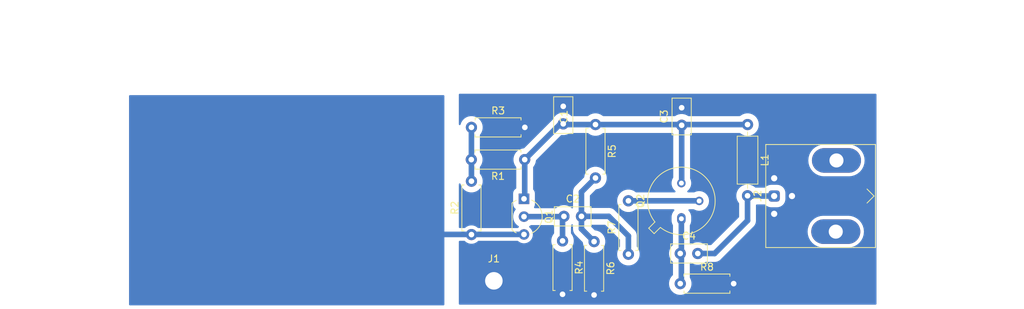
<source format=kicad_pcb>
(kicad_pcb (version 20171130) (host pcbnew "(5.1.9)-1")

  (general
    (thickness 1.6)
    (drawings 9)
    (tracks 47)
    (zones 0)
    (modules 17)
    (nets 11)
  )

  (page A4)
  (layers
    (0 F.Cu signal)
    (31 B.Cu signal)
    (32 B.Adhes user)
    (33 F.Adhes user)
    (34 B.Paste user)
    (35 F.Paste user)
    (36 B.SilkS user)
    (37 F.SilkS user)
    (38 B.Mask user)
    (39 F.Mask user)
    (40 Dwgs.User user)
    (41 Cmts.User user)
    (42 Eco1.User user)
    (43 Eco2.User user)
    (44 Edge.Cuts user)
    (45 Margin user)
    (46 B.CrtYd user)
    (47 F.CrtYd user)
    (48 B.Fab user)
    (49 F.Fab user)
  )

  (setup
    (last_trace_width 0.8)
    (user_trace_width 0.6)
    (user_trace_width 0.8)
    (trace_clearance 0.4)
    (zone_clearance 0.508)
    (zone_45_only no)
    (trace_min 0.2)
    (via_size 0.8)
    (via_drill 0.4)
    (via_min_size 0.4)
    (via_min_drill 0.3)
    (user_via 0.8 0.6)
    (uvia_size 0.3)
    (uvia_drill 0.1)
    (uvias_allowed no)
    (uvia_min_size 0.2)
    (uvia_min_drill 0.1)
    (edge_width 0.05)
    (segment_width 0.2)
    (pcb_text_width 0.3)
    (pcb_text_size 1.5 1.5)
    (mod_edge_width 0.12)
    (mod_text_size 1 1)
    (mod_text_width 0.15)
    (pad_size 1.6 1.6)
    (pad_drill 0.89)
    (pad_to_mask_clearance 0)
    (aux_axis_origin 0 0)
    (visible_elements 7FFFFFFF)
    (pcbplotparams
      (layerselection 0x010fc_ffffffff)
      (usegerberextensions false)
      (usegerberattributes true)
      (usegerberadvancedattributes true)
      (creategerberjobfile true)
      (excludeedgelayer true)
      (linewidth 0.100000)
      (plotframeref false)
      (viasonmask false)
      (mode 1)
      (useauxorigin false)
      (hpglpennumber 1)
      (hpglpenspeed 20)
      (hpglpendiameter 15.000000)
      (psnegative false)
      (psa4output false)
      (plotreference true)
      (plotvalue true)
      (plotinvisibletext false)
      (padsonsilk false)
      (subtractmaskfromsilk false)
      (outputformat 1)
      (mirror false)
      (drillshape 1)
      (scaleselection 1)
      (outputdirectory ""))
  )

  (net 0 "")
  (net 1 "Net-(C1-Pad1)")
  (net 2 "Net-(C2-Pad2)")
  (net 3 "Net-(C2-Pad1)")
  (net 4 "Net-(C4-Pad2)")
  (net 5 "Net-(C4-Pad1)")
  (net 6 "Net-(J1-Pad1)")
  (net 7 "Net-(Q2-Pad2)")
  (net 8 "Net-(R1-Pad2)")
  (net 9 Earth)
  (net 10 Antenna)

  (net_class Default "This is the default net class."
    (clearance 0.4)
    (trace_width 0.4)
    (via_dia 0.8)
    (via_drill 0.4)
    (uvia_dia 0.3)
    (uvia_drill 0.1)
    (add_net Antenna)
    (add_net Earth)
  )

  (net_class 0,6 ""
    (clearance 0.8)
    (trace_width 0.4)
    (via_dia 0.8)
    (via_drill 0.4)
    (uvia_dia 0.3)
    (uvia_drill 0.1)
    (add_net "Net-(C1-Pad1)")
    (add_net "Net-(C2-Pad1)")
    (add_net "Net-(C2-Pad2)")
    (add_net "Net-(C4-Pad1)")
    (add_net "Net-(C4-Pad2)")
    (add_net "Net-(J1-Pad1)")
    (add_net "Net-(Q2-Pad2)")
    (add_net "Net-(R1-Pad2)")
  )

  (module Inductor_THT:L_Axial_L6.6mm_D2.7mm_P10.16mm_Horizontal_Vishay_IM-2 (layer F.Cu) (tedit 5AE59B05) (tstamp 64F28370)
    (at 187.7 96.5 270)
    (descr "Inductor, Axial series, Axial, Horizontal, pin pitch=10.16mm, , length*diameter=6.6*2.7mm^2, Vishay, IM-2, http://www.vishay.com/docs/34030/im.pdf")
    (tags "Inductor Axial series Axial Horizontal pin pitch 10.16mm  length 6.6mm diameter 2.7mm Vishay IM-2")
    (path /64F3697B)
    (fp_text reference L1 (at 5.08 -2.47 90) (layer F.SilkS)
      (effects (font (size 1 1) (thickness 0.15)))
    )
    (fp_text value 470uHr (at 5.08 2.47 90) (layer F.Fab)
      (effects (font (size 1 1) (thickness 0.15)))
    )
    (fp_text user %R (at 5.08 0 90) (layer F.Fab)
      (effects (font (size 1 1) (thickness 0.15)))
    )
    (fp_line (start 1.78 -1.35) (end 1.78 1.35) (layer F.Fab) (width 0.1))
    (fp_line (start 1.78 1.35) (end 8.38 1.35) (layer F.Fab) (width 0.1))
    (fp_line (start 8.38 1.35) (end 8.38 -1.35) (layer F.Fab) (width 0.1))
    (fp_line (start 8.38 -1.35) (end 1.78 -1.35) (layer F.Fab) (width 0.1))
    (fp_line (start 0 0) (end 1.78 0) (layer F.Fab) (width 0.1))
    (fp_line (start 10.16 0) (end 8.38 0) (layer F.Fab) (width 0.1))
    (fp_line (start 1.66 -1.47) (end 1.66 1.47) (layer F.SilkS) (width 0.12))
    (fp_line (start 1.66 1.47) (end 8.5 1.47) (layer F.SilkS) (width 0.12))
    (fp_line (start 8.5 1.47) (end 8.5 -1.47) (layer F.SilkS) (width 0.12))
    (fp_line (start 8.5 -1.47) (end 1.66 -1.47) (layer F.SilkS) (width 0.12))
    (fp_line (start 1.04 0) (end 1.66 0) (layer F.SilkS) (width 0.12))
    (fp_line (start 9.12 0) (end 8.5 0) (layer F.SilkS) (width 0.12))
    (fp_line (start -1.05 -1.6) (end -1.05 1.6) (layer F.CrtYd) (width 0.05))
    (fp_line (start -1.05 1.6) (end 11.21 1.6) (layer F.CrtYd) (width 0.05))
    (fp_line (start 11.21 1.6) (end 11.21 -1.6) (layer F.CrtYd) (width 0.05))
    (fp_line (start 11.21 -1.6) (end -1.05 -1.6) (layer F.CrtYd) (width 0.05))
    (pad 2 thru_hole oval (at 10.16 0 270) (size 1.6 1.6) (drill 0.8) (layers *.Cu *.Mask)
      (net 4 "Net-(C4-Pad2)"))
    (pad 1 thru_hole circle (at 0 0 270) (size 1.6 1.6) (drill 0.8) (layers *.Cu *.Mask)
      (net 1 "Net-(C1-Pad1)"))
    (model ${KISYS3DMOD}/Inductor_THT.3dshapes/L_Axial_L6.6mm_D2.7mm_P10.16mm_Horizontal_Vishay_IM-2.wrl
      (at (xyz 0 0 0))
      (scale (xyz 1 1 1))
      (rotate (xyz 0 0 0))
    )
  )

  (module Connector_Coaxial:BNC_Amphenol_031-6575_Horizontal (layer F.Cu) (tedit 64FBD712) (tstamp 64F28365)
    (at 191.5 106.7 270)
    (descr "dual independently isolated BNC plug (https://www.amphenolrf.com/downloads/dl/file/id/2980/product/644/031_6575_customer_drawing.pdf)")
    (tags "Dual BNC Amphenol Horizontal")
    (path /64F3A5BF)
    (fp_text reference J2 (at 0 2.35 90) (layer F.SilkS)
      (effects (font (size 1 1) (thickness 0.15)))
    )
    (fp_text value Coaxial (at 0 4.35 270) (layer F.Fab)
      (effects (font (size 1 1) (thickness 0.15)))
    )
    (fp_text user %R (at 0 0 90) (layer F.Fab)
      (effects (font (size 1 1) (thickness 0.15)))
    )
    (fp_line (start -5 -21.75) (end 5 -22.75) (layer F.Fab) (width 0.1))
    (fp_line (start -5 -20.75) (end 5 -21.75) (layer F.Fab) (width 0.1))
    (fp_line (start -5 -19.75) (end 5 -20.75) (layer F.Fab) (width 0.1))
    (fp_line (start -5 -18.75) (end 5 -19.75) (layer F.Fab) (width 0.1))
    (fp_line (start -5 -17.75) (end 5 -18.75) (layer F.Fab) (width 0.1))
    (fp_line (start -5 -16.75) (end 5 -17.75) (layer F.Fab) (width 0.1))
    (fp_circle (center 0 -29.92) (end 1 -29.92) (layer F.Fab) (width 0.1))
    (fp_line (start 4.8 -23.05) (end 4.8 -35.15) (layer F.Fab) (width 0.1))
    (fp_line (start 4.8 -35.15) (end -4.8 -35.15) (layer F.Fab) (width 0.1))
    (fp_line (start -4.8 -35.15) (end -4.8 -23.05) (layer F.Fab) (width 0.1))
    (fp_line (start 6.35 -14.45) (end 6.35 -23.05) (layer F.Fab) (width 0.1))
    (fp_line (start 6.35 -23.05) (end -6.35 -23.05) (layer F.Fab) (width 0.1))
    (fp_line (start -6.35 -23.05) (end -6.35 -14.45) (layer F.Fab) (width 0.1))
    (fp_line (start -7.2 1.05) (end 7.2 1.05) (layer F.Fab) (width 0.1))
    (fp_line (start 7.2 1.05) (end 7.2 -14.45) (layer F.Fab) (width 0.1))
    (fp_line (start 7.2 -14.45) (end -7.2 -14.45) (layer F.Fab) (width 0.1))
    (fp_line (start -7.2 -14.45) (end -7.2 1.05) (layer F.Fab) (width 0.1))
    (fp_line (start -5 -15.75) (end 5 -16.75) (layer F.Fab) (width 0.1))
    (fp_line (start -7.35 -14.45) (end 7.35 -14.45) (layer F.SilkS) (width 0.12))
    (fp_line (start 7.35 -14.45) (end 7.35 1.2) (layer F.SilkS) (width 0.12))
    (fp_line (start 7.35 1.2) (end -7.35 1.2) (layer F.SilkS) (width 0.12))
    (fp_line (start -7.35 1.2) (end -7.35 -14.45) (layer F.SilkS) (width 0.12))
    (fp_line (start -7.7 1.55) (end 7.7 1.55) (layer F.CrtYd) (width 0.05))
    (fp_line (start -7.7 1.55) (end -7.7 -35.65) (layer F.CrtYd) (width 0.05))
    (fp_line (start 7.7 -35.65) (end -7.7 -35.65) (layer F.CrtYd) (width 0.05))
    (fp_line (start 7.7 1.55) (end 7.7 -35.65) (layer F.CrtYd) (width 0.05))
    (fp_line (start 0 -14.25) (end -1 -13.25) (layer F.SilkS) (width 0.12))
    (fp_line (start 0 -14.25) (end 1 -13.25) (layer F.SilkS) (width 0.12))
    (pad 4 thru_hole circle (at 2.54 0 270) (size 1.6 1.6) (drill 0.89) (layers *.Cu *.Mask)
      (net 9 Earth))
    (pad 3 thru_hole circle (at 0 -2.54 270) (size 1.6 1.6) (drill 0.89) (layers *.Cu *.Mask)
      (net 9 Earth))
    (pad 2 thru_hole circle (at -2.54 0 270) (size 1.6 1.6) (drill 0.89) (layers *.Cu *.Mask)
      (net 9 Earth))
    (pad 1 thru_hole roundrect (at 0 0 270) (size 1.6 1.6) (drill 0.89) (layers *.Cu *.Mask) (roundrect_rratio 0.25)
      (net 4 "Net-(C4-Pad2)"))
    (pad "" thru_hole oval (at 5.08 -8.79 270) (size 3.5 7) (drill 2.01) (layers *.Cu *.Mask))
    (pad "" thru_hole oval (at -5.08 -8.89 270) (size 3.5 7) (drill 2.01) (layers *.Cu *.Mask))
    (model ${KISYS3DMOD}/Connector_Coaxial.3dshapes/BNC_Amphenol_031-6575_Horizontal.wrl
      (at (xyz 0 0 0))
      (scale (xyz 1 1 1))
      (rotate (xyz 0 0 0))
    )
  )

  (module Connector_Wire:SolderWire-2sqmm_1x01_D2mm_OD3.9mm (layer F.Cu) (tedit 5EB70B45) (tstamp 64F4E8C4)
    (at 151.5 118.8)
    (descr "Soldered wire connection, for a single 2 mm² wire, reinforced insulation, conductor diameter 2mm, outer diameter 3.9mm, size source Multi-Contact FLEXI-xV 2.0 (https://ec.staubli.com/AcroFiles/Catalogues/TM_Cab-Main-11014119_(en)_hi.pdf), bend radius 3 times outer diameter, generated with kicad-footprint-generator")
    (tags "connector wire 2sqmm")
    (path /64F3111C)
    (attr virtual)
    (fp_text reference J1 (at 0 -3.15) (layer F.SilkS)
      (effects (font (size 1 1) (thickness 0.15)))
    )
    (fp_text value PORT (at 0 3.15) (layer F.Fab)
      (effects (font (size 1 1) (thickness 0.15)))
    )
    (fp_line (start 2.7 -2.45) (end -2.7 -2.45) (layer F.CrtYd) (width 0.05))
    (fp_line (start 2.7 2.45) (end 2.7 -2.45) (layer F.CrtYd) (width 0.05))
    (fp_line (start -2.7 2.45) (end 2.7 2.45) (layer F.CrtYd) (width 0.05))
    (fp_line (start -2.7 -2.45) (end -2.7 2.45) (layer F.CrtYd) (width 0.05))
    (fp_circle (center 0 0) (end 1.95 0) (layer F.Fab) (width 0.1))
    (fp_text user %R (at 0 0) (layer F.Fab)
      (effects (font (size 0.98 0.98) (thickness 0.15)))
    )
    (pad 1 thru_hole roundrect (at 0 0) (size 3.9 3.9) (drill 2.5) (layers *.Cu *.Mask) (roundrect_rratio 0.06410299999999999)
      (net 9 Earth))
    (model ${KISYS3DMOD}/Connector_Wire.3dshapes/SolderWire-2sqmm_1x01_D2mm_OD3.9mm.wrl
      (at (xyz 0 0 0))
      (scale (xyz 1 1 1))
      (rotate (xyz 0 0 0))
    )
  )

  (module Resistor_THT:R_Axial_DIN0207_L6.3mm_D2.5mm_P7.62mm_Horizontal (layer F.Cu) (tedit 5AE5139B) (tstamp 64F283B0)
    (at 155.9 101.5 180)
    (descr "Resistor, Axial_DIN0207 series, Axial, Horizontal, pin pitch=7.62mm, 0.25W = 1/4W, length*diameter=6.3*2.5mm^2, http://cdn-reichelt.de/documents/datenblatt/B400/1_4W%23YAG.pdf")
    (tags "Resistor Axial_DIN0207 series Axial Horizontal pin pitch 7.62mm 0.25W = 1/4W length 6.3mm diameter 2.5mm")
    (path /64F34D99)
    (fp_text reference R1 (at 3.81 -2.37) (layer F.SilkS)
      (effects (font (size 1 1) (thickness 0.15)))
    )
    (fp_text value 1M (at 3.9 -2.1) (layer F.Fab)
      (effects (font (size 1 1) (thickness 0.15)))
    )
    (fp_line (start 8.67 -1.5) (end -1.05 -1.5) (layer F.CrtYd) (width 0.05))
    (fp_line (start 8.67 1.5) (end 8.67 -1.5) (layer F.CrtYd) (width 0.05))
    (fp_line (start -1.05 1.5) (end 8.67 1.5) (layer F.CrtYd) (width 0.05))
    (fp_line (start -1.05 -1.5) (end -1.05 1.5) (layer F.CrtYd) (width 0.05))
    (fp_line (start 7.08 1.37) (end 7.08 1.04) (layer F.SilkS) (width 0.12))
    (fp_line (start 0.54 1.37) (end 7.08 1.37) (layer F.SilkS) (width 0.12))
    (fp_line (start 0.54 1.04) (end 0.54 1.37) (layer F.SilkS) (width 0.12))
    (fp_line (start 7.08 -1.37) (end 7.08 -1.04) (layer F.SilkS) (width 0.12))
    (fp_line (start 0.54 -1.37) (end 7.08 -1.37) (layer F.SilkS) (width 0.12))
    (fp_line (start 0.54 -1.04) (end 0.54 -1.37) (layer F.SilkS) (width 0.12))
    (fp_line (start 7.62 0) (end 6.96 0) (layer F.Fab) (width 0.1))
    (fp_line (start 0 0) (end 0.66 0) (layer F.Fab) (width 0.1))
    (fp_line (start 6.96 -1.25) (end 0.66 -1.25) (layer F.Fab) (width 0.1))
    (fp_line (start 6.96 1.25) (end 6.96 -1.25) (layer F.Fab) (width 0.1))
    (fp_line (start 0.66 1.25) (end 6.96 1.25) (layer F.Fab) (width 0.1))
    (fp_line (start 0.66 -1.25) (end 0.66 1.25) (layer F.Fab) (width 0.1))
    (fp_text user %R (at 3.81 0) (layer F.Fab)
      (effects (font (size 1 1) (thickness 0.15)))
    )
    (pad 2 thru_hole oval (at 7.62 0 180) (size 1.6 1.6) (drill 0.8) (layers *.Cu *.Mask)
      (net 8 "Net-(R1-Pad2)"))
    (pad 1 thru_hole circle (at 0 0 180) (size 1.6 1.6) (drill 0.8) (layers *.Cu *.Mask)
      (net 1 "Net-(C1-Pad1)"))
    (model ${KISYS3DMOD}/Resistor_THT.3dshapes/R_Axial_DIN0207_L6.3mm_D2.5mm_P7.62mm_Horizontal.wrl
      (at (xyz 0 0 0))
      (scale (xyz 1 1 1))
      (rotate (xyz 0 0 0))
    )
  )

  (module Resistor_THT:R_Axial_DIN0207_L6.3mm_D2.5mm_P7.62mm_Horizontal (layer F.Cu) (tedit 5AE5139B) (tstamp 64F283DE)
    (at 148.3 96.9)
    (descr "Resistor, Axial_DIN0207 series, Axial, Horizontal, pin pitch=7.62mm, 0.25W = 1/4W, length*diameter=6.3*2.5mm^2, http://cdn-reichelt.de/documents/datenblatt/B400/1_4W%23YAG.pdf")
    (tags "Resistor Axial_DIN0207 series Axial Horizontal pin pitch 7.62mm 0.25W = 1/4W length 6.3mm diameter 2.5mm")
    (path /64F3E262)
    (fp_text reference R3 (at 3.81 -2.37) (layer F.SilkS)
      (effects (font (size 1 1) (thickness 0.15)))
    )
    (fp_text value 1M (at 3.5 -2.2) (layer F.Fab)
      (effects (font (size 1 1) (thickness 0.15)))
    )
    (fp_line (start 8.67 -1.5) (end -1.05 -1.5) (layer F.CrtYd) (width 0.05))
    (fp_line (start 8.67 1.5) (end 8.67 -1.5) (layer F.CrtYd) (width 0.05))
    (fp_line (start -1.05 1.5) (end 8.67 1.5) (layer F.CrtYd) (width 0.05))
    (fp_line (start -1.05 -1.5) (end -1.05 1.5) (layer F.CrtYd) (width 0.05))
    (fp_line (start 7.08 1.37) (end 7.08 1.04) (layer F.SilkS) (width 0.12))
    (fp_line (start 0.54 1.37) (end 7.08 1.37) (layer F.SilkS) (width 0.12))
    (fp_line (start 0.54 1.04) (end 0.54 1.37) (layer F.SilkS) (width 0.12))
    (fp_line (start 7.08 -1.37) (end 7.08 -1.04) (layer F.SilkS) (width 0.12))
    (fp_line (start 0.54 -1.37) (end 7.08 -1.37) (layer F.SilkS) (width 0.12))
    (fp_line (start 0.54 -1.04) (end 0.54 -1.37) (layer F.SilkS) (width 0.12))
    (fp_line (start 7.62 0) (end 6.96 0) (layer F.Fab) (width 0.1))
    (fp_line (start 0 0) (end 0.66 0) (layer F.Fab) (width 0.1))
    (fp_line (start 6.96 -1.25) (end 0.66 -1.25) (layer F.Fab) (width 0.1))
    (fp_line (start 6.96 1.25) (end 6.96 -1.25) (layer F.Fab) (width 0.1))
    (fp_line (start 0.66 1.25) (end 6.96 1.25) (layer F.Fab) (width 0.1))
    (fp_line (start 0.66 -1.25) (end 0.66 1.25) (layer F.Fab) (width 0.1))
    (fp_text user %R (at 3.81 0) (layer F.Fab)
      (effects (font (size 1 1) (thickness 0.15)))
    )
    (pad 2 thru_hole oval (at 7.62 0) (size 1.6 1.6) (drill 0.8) (layers *.Cu *.Mask)
      (net 9 Earth))
    (pad 1 thru_hole circle (at 0 0) (size 1.6 1.6) (drill 0.8) (layers *.Cu *.Mask)
      (net 8 "Net-(R1-Pad2)"))
    (model ${KISYS3DMOD}/Resistor_THT.3dshapes/R_Axial_DIN0207_L6.3mm_D2.5mm_P7.62mm_Horizontal.wrl
      (at (xyz 0 0 0))
      (scale (xyz 1 1 1))
      (rotate (xyz 0 0 0))
    )
  )

  (module Resistor_THT:R_Axial_DIN0207_L6.3mm_D2.5mm_P7.62mm_Horizontal (layer F.Cu) (tedit 5AE5139B) (tstamp 64F28451)
    (at 178.1 119.2)
    (descr "Resistor, Axial_DIN0207 series, Axial, Horizontal, pin pitch=7.62mm, 0.25W = 1/4W, length*diameter=6.3*2.5mm^2, http://cdn-reichelt.de/documents/datenblatt/B400/1_4W%23YAG.pdf")
    (tags "Resistor Axial_DIN0207 series Axial Horizontal pin pitch 7.62mm 0.25W = 1/4W length 6.3mm diameter 2.5mm")
    (path /64F3E6D8)
    (fp_text reference R8 (at 3.81 -2.37) (layer F.SilkS)
      (effects (font (size 1 1) (thickness 0.15)))
    )
    (fp_text value 220R (at 6.7 -2.4) (layer F.Fab)
      (effects (font (size 1 1) (thickness 0.15)))
    )
    (fp_line (start 8.67 -1.5) (end -1.05 -1.5) (layer F.CrtYd) (width 0.05))
    (fp_line (start 8.67 1.5) (end 8.67 -1.5) (layer F.CrtYd) (width 0.05))
    (fp_line (start -1.05 1.5) (end 8.67 1.5) (layer F.CrtYd) (width 0.05))
    (fp_line (start -1.05 -1.5) (end -1.05 1.5) (layer F.CrtYd) (width 0.05))
    (fp_line (start 7.08 1.37) (end 7.08 1.04) (layer F.SilkS) (width 0.12))
    (fp_line (start 0.54 1.37) (end 7.08 1.37) (layer F.SilkS) (width 0.12))
    (fp_line (start 0.54 1.04) (end 0.54 1.37) (layer F.SilkS) (width 0.12))
    (fp_line (start 7.08 -1.37) (end 7.08 -1.04) (layer F.SilkS) (width 0.12))
    (fp_line (start 0.54 -1.37) (end 7.08 -1.37) (layer F.SilkS) (width 0.12))
    (fp_line (start 0.54 -1.04) (end 0.54 -1.37) (layer F.SilkS) (width 0.12))
    (fp_line (start 7.62 0) (end 6.96 0) (layer F.Fab) (width 0.1))
    (fp_line (start 0 0) (end 0.66 0) (layer F.Fab) (width 0.1))
    (fp_line (start 6.96 -1.25) (end 0.66 -1.25) (layer F.Fab) (width 0.1))
    (fp_line (start 6.96 1.25) (end 6.96 -1.25) (layer F.Fab) (width 0.1))
    (fp_line (start 0.66 1.25) (end 6.96 1.25) (layer F.Fab) (width 0.1))
    (fp_line (start 0.66 -1.25) (end 0.66 1.25) (layer F.Fab) (width 0.1))
    (fp_text user %R (at 3.81 0) (layer F.Fab)
      (effects (font (size 1 1) (thickness 0.15)))
    )
    (pad 2 thru_hole oval (at 7.62 0) (size 1.6 1.6) (drill 0.8) (layers *.Cu *.Mask)
      (net 9 Earth))
    (pad 1 thru_hole circle (at 0 0) (size 1.6 1.6) (drill 0.8) (layers *.Cu *.Mask)
      (net 5 "Net-(C4-Pad1)"))
    (model ${KISYS3DMOD}/Resistor_THT.3dshapes/R_Axial_DIN0207_L6.3mm_D2.5mm_P7.62mm_Horizontal.wrl
      (at (xyz 0 0 0))
      (scale (xyz 1 1 1))
      (rotate (xyz 0 0 0))
    )
  )

  (module Resistor_THT:R_Axial_DIN0207_L6.3mm_D2.5mm_P7.62mm_Horizontal (layer F.Cu) (tedit 5AE5139B) (tstamp 64F2843A)
    (at 170.7 115 90)
    (descr "Resistor, Axial_DIN0207 series, Axial, Horizontal, pin pitch=7.62mm, 0.25W = 1/4W, length*diameter=6.3*2.5mm^2, http://cdn-reichelt.de/documents/datenblatt/B400/1_4W%23YAG.pdf")
    (tags "Resistor Axial_DIN0207 series Axial Horizontal pin pitch 7.62mm 0.25W = 1/4W length 6.3mm diameter 2.5mm")
    (path /64F3F34E)
    (fp_text reference R7 (at 3.81 -2.37 90) (layer F.SilkS)
      (effects (font (size 1 1) (thickness 0.15)))
    )
    (fp_text value 47R (at 3.81 2.37 90) (layer F.Fab)
      (effects (font (size 1 1) (thickness 0.15)))
    )
    (fp_line (start 8.67 -1.5) (end -1.05 -1.5) (layer F.CrtYd) (width 0.05))
    (fp_line (start 8.67 1.5) (end 8.67 -1.5) (layer F.CrtYd) (width 0.05))
    (fp_line (start -1.05 1.5) (end 8.67 1.5) (layer F.CrtYd) (width 0.05))
    (fp_line (start -1.05 -1.5) (end -1.05 1.5) (layer F.CrtYd) (width 0.05))
    (fp_line (start 7.08 1.37) (end 7.08 1.04) (layer F.SilkS) (width 0.12))
    (fp_line (start 0.54 1.37) (end 7.08 1.37) (layer F.SilkS) (width 0.12))
    (fp_line (start 0.54 1.04) (end 0.54 1.37) (layer F.SilkS) (width 0.12))
    (fp_line (start 7.08 -1.37) (end 7.08 -1.04) (layer F.SilkS) (width 0.12))
    (fp_line (start 0.54 -1.37) (end 7.08 -1.37) (layer F.SilkS) (width 0.12))
    (fp_line (start 0.54 -1.04) (end 0.54 -1.37) (layer F.SilkS) (width 0.12))
    (fp_line (start 7.62 0) (end 6.96 0) (layer F.Fab) (width 0.1))
    (fp_line (start 0 0) (end 0.66 0) (layer F.Fab) (width 0.1))
    (fp_line (start 6.96 -1.25) (end 0.66 -1.25) (layer F.Fab) (width 0.1))
    (fp_line (start 6.96 1.25) (end 6.96 -1.25) (layer F.Fab) (width 0.1))
    (fp_line (start 0.66 1.25) (end 6.96 1.25) (layer F.Fab) (width 0.1))
    (fp_line (start 0.66 -1.25) (end 0.66 1.25) (layer F.Fab) (width 0.1))
    (fp_text user %R (at 3.81 0 90) (layer F.Fab)
      (effects (font (size 1 1) (thickness 0.15)))
    )
    (pad 2 thru_hole oval (at 7.62 0 90) (size 1.6 1.6) (drill 0.8) (layers *.Cu *.Mask)
      (net 7 "Net-(Q2-Pad2)"))
    (pad 1 thru_hole circle (at 0 0 90) (size 1.6 1.6) (drill 0.8) (layers *.Cu *.Mask)
      (net 2 "Net-(C2-Pad2)"))
    (model ${KISYS3DMOD}/Resistor_THT.3dshapes/R_Axial_DIN0207_L6.3mm_D2.5mm_P7.62mm_Horizontal.wrl
      (at (xyz 0 0 0))
      (scale (xyz 1 1 1))
      (rotate (xyz 0 0 0))
    )
  )

  (module Resistor_THT:R_Axial_DIN0207_L6.3mm_D2.5mm_P7.62mm_Horizontal (layer F.Cu) (tedit 5AE5139B) (tstamp 64F28423)
    (at 165.8 113.2 270)
    (descr "Resistor, Axial_DIN0207 series, Axial, Horizontal, pin pitch=7.62mm, 0.25W = 1/4W, length*diameter=6.3*2.5mm^2, http://cdn-reichelt.de/documents/datenblatt/B400/1_4W%23YAG.pdf")
    (tags "Resistor Axial_DIN0207 series Axial Horizontal pin pitch 7.62mm 0.25W = 1/4W length 6.3mm diameter 2.5mm")
    (path /64F3EA22)
    (fp_text reference R6 (at 3.81 -2.37 90) (layer F.SilkS)
      (effects (font (size 1 1) (thickness 0.15)))
    )
    (fp_text value 10k (at 3.81 2.37 90) (layer F.Fab)
      (effects (font (size 1 1) (thickness 0.15)))
    )
    (fp_line (start 8.67 -1.5) (end -1.05 -1.5) (layer F.CrtYd) (width 0.05))
    (fp_line (start 8.67 1.5) (end 8.67 -1.5) (layer F.CrtYd) (width 0.05))
    (fp_line (start -1.05 1.5) (end 8.67 1.5) (layer F.CrtYd) (width 0.05))
    (fp_line (start -1.05 -1.5) (end -1.05 1.5) (layer F.CrtYd) (width 0.05))
    (fp_line (start 7.08 1.37) (end 7.08 1.04) (layer F.SilkS) (width 0.12))
    (fp_line (start 0.54 1.37) (end 7.08 1.37) (layer F.SilkS) (width 0.12))
    (fp_line (start 0.54 1.04) (end 0.54 1.37) (layer F.SilkS) (width 0.12))
    (fp_line (start 7.08 -1.37) (end 7.08 -1.04) (layer F.SilkS) (width 0.12))
    (fp_line (start 0.54 -1.37) (end 7.08 -1.37) (layer F.SilkS) (width 0.12))
    (fp_line (start 0.54 -1.04) (end 0.54 -1.37) (layer F.SilkS) (width 0.12))
    (fp_line (start 7.62 0) (end 6.96 0) (layer F.Fab) (width 0.1))
    (fp_line (start 0 0) (end 0.66 0) (layer F.Fab) (width 0.1))
    (fp_line (start 6.96 -1.25) (end 0.66 -1.25) (layer F.Fab) (width 0.1))
    (fp_line (start 6.96 1.25) (end 6.96 -1.25) (layer F.Fab) (width 0.1))
    (fp_line (start 0.66 1.25) (end 6.96 1.25) (layer F.Fab) (width 0.1))
    (fp_line (start 0.66 -1.25) (end 0.66 1.25) (layer F.Fab) (width 0.1))
    (fp_text user %R (at 3.81 0 90) (layer F.Fab)
      (effects (font (size 1 1) (thickness 0.15)))
    )
    (pad 2 thru_hole oval (at 7.62 0 270) (size 1.6 1.6) (drill 0.8) (layers *.Cu *.Mask)
      (net 9 Earth))
    (pad 1 thru_hole circle (at 0 0 270) (size 1.6 1.6) (drill 0.8) (layers *.Cu *.Mask)
      (net 2 "Net-(C2-Pad2)"))
    (model ${KISYS3DMOD}/Resistor_THT.3dshapes/R_Axial_DIN0207_L6.3mm_D2.5mm_P7.62mm_Horizontal.wrl
      (at (xyz 0 0 0))
      (scale (xyz 1 1 1))
      (rotate (xyz 0 0 0))
    )
  )

  (module Resistor_THT:R_Axial_DIN0207_L6.3mm_D2.5mm_P7.62mm_Horizontal (layer F.Cu) (tedit 5AE5139B) (tstamp 64F2840C)
    (at 166 96.5 270)
    (descr "Resistor, Axial_DIN0207 series, Axial, Horizontal, pin pitch=7.62mm, 0.25W = 1/4W, length*diameter=6.3*2.5mm^2, http://cdn-reichelt.de/documents/datenblatt/B400/1_4W%23YAG.pdf")
    (tags "Resistor Axial_DIN0207 series Axial Horizontal pin pitch 7.62mm 0.25W = 1/4W length 6.3mm diameter 2.5mm")
    (path /64F3EE32)
    (fp_text reference R5 (at 3.81 -2.37 90) (layer F.SilkS)
      (effects (font (size 1 1) (thickness 0.15)))
    )
    (fp_text value 2k2 (at 3.81 2.37 90) (layer F.Fab)
      (effects (font (size 1 1) (thickness 0.15)))
    )
    (fp_line (start 8.67 -1.5) (end -1.05 -1.5) (layer F.CrtYd) (width 0.05))
    (fp_line (start 8.67 1.5) (end 8.67 -1.5) (layer F.CrtYd) (width 0.05))
    (fp_line (start -1.05 1.5) (end 8.67 1.5) (layer F.CrtYd) (width 0.05))
    (fp_line (start -1.05 -1.5) (end -1.05 1.5) (layer F.CrtYd) (width 0.05))
    (fp_line (start 7.08 1.37) (end 7.08 1.04) (layer F.SilkS) (width 0.12))
    (fp_line (start 0.54 1.37) (end 7.08 1.37) (layer F.SilkS) (width 0.12))
    (fp_line (start 0.54 1.04) (end 0.54 1.37) (layer F.SilkS) (width 0.12))
    (fp_line (start 7.08 -1.37) (end 7.08 -1.04) (layer F.SilkS) (width 0.12))
    (fp_line (start 0.54 -1.37) (end 7.08 -1.37) (layer F.SilkS) (width 0.12))
    (fp_line (start 0.54 -1.04) (end 0.54 -1.37) (layer F.SilkS) (width 0.12))
    (fp_line (start 7.62 0) (end 6.96 0) (layer F.Fab) (width 0.1))
    (fp_line (start 0 0) (end 0.66 0) (layer F.Fab) (width 0.1))
    (fp_line (start 6.96 -1.25) (end 0.66 -1.25) (layer F.Fab) (width 0.1))
    (fp_line (start 6.96 1.25) (end 6.96 -1.25) (layer F.Fab) (width 0.1))
    (fp_line (start 0.66 1.25) (end 6.96 1.25) (layer F.Fab) (width 0.1))
    (fp_line (start 0.66 -1.25) (end 0.66 1.25) (layer F.Fab) (width 0.1))
    (fp_text user %R (at 3.81 0 90) (layer F.Fab)
      (effects (font (size 1 1) (thickness 0.15)))
    )
    (pad 2 thru_hole oval (at 7.62 0 270) (size 1.6 1.6) (drill 0.8) (layers *.Cu *.Mask)
      (net 2 "Net-(C2-Pad2)"))
    (pad 1 thru_hole circle (at 0 0 270) (size 1.6 1.6) (drill 0.8) (layers *.Cu *.Mask)
      (net 1 "Net-(C1-Pad1)"))
    (model ${KISYS3DMOD}/Resistor_THT.3dshapes/R_Axial_DIN0207_L6.3mm_D2.5mm_P7.62mm_Horizontal.wrl
      (at (xyz 0 0 0))
      (scale (xyz 1 1 1))
      (rotate (xyz 0 0 0))
    )
  )

  (module Resistor_THT:R_Axial_DIN0207_L6.3mm_D2.5mm_P7.62mm_Horizontal (layer F.Cu) (tedit 5AE5139B) (tstamp 64F283F5)
    (at 161.3 113.1 270)
    (descr "Resistor, Axial_DIN0207 series, Axial, Horizontal, pin pitch=7.62mm, 0.25W = 1/4W, length*diameter=6.3*2.5mm^2, http://cdn-reichelt.de/documents/datenblatt/B400/1_4W%23YAG.pdf")
    (tags "Resistor Axial_DIN0207 series Axial Horizontal pin pitch 7.62mm 0.25W = 1/4W length 6.3mm diameter 2.5mm")
    (path /64F3E452)
    (fp_text reference R4 (at 3.81 -2.37 90) (layer F.SilkS)
      (effects (font (size 1 1) (thickness 0.15)))
    )
    (fp_text value 680R (at 3.81 2.37 90) (layer F.Fab)
      (effects (font (size 1 1) (thickness 0.15)))
    )
    (fp_line (start 8.67 -1.5) (end -1.05 -1.5) (layer F.CrtYd) (width 0.05))
    (fp_line (start 8.67 1.5) (end 8.67 -1.5) (layer F.CrtYd) (width 0.05))
    (fp_line (start -1.05 1.5) (end 8.67 1.5) (layer F.CrtYd) (width 0.05))
    (fp_line (start -1.05 -1.5) (end -1.05 1.5) (layer F.CrtYd) (width 0.05))
    (fp_line (start 7.08 1.37) (end 7.08 1.04) (layer F.SilkS) (width 0.12))
    (fp_line (start 0.54 1.37) (end 7.08 1.37) (layer F.SilkS) (width 0.12))
    (fp_line (start 0.54 1.04) (end 0.54 1.37) (layer F.SilkS) (width 0.12))
    (fp_line (start 7.08 -1.37) (end 7.08 -1.04) (layer F.SilkS) (width 0.12))
    (fp_line (start 0.54 -1.37) (end 7.08 -1.37) (layer F.SilkS) (width 0.12))
    (fp_line (start 0.54 -1.04) (end 0.54 -1.37) (layer F.SilkS) (width 0.12))
    (fp_line (start 7.62 0) (end 6.96 0) (layer F.Fab) (width 0.1))
    (fp_line (start 0 0) (end 0.66 0) (layer F.Fab) (width 0.1))
    (fp_line (start 6.96 -1.25) (end 0.66 -1.25) (layer F.Fab) (width 0.1))
    (fp_line (start 6.96 1.25) (end 6.96 -1.25) (layer F.Fab) (width 0.1))
    (fp_line (start 0.66 1.25) (end 6.96 1.25) (layer F.Fab) (width 0.1))
    (fp_line (start 0.66 -1.25) (end 0.66 1.25) (layer F.Fab) (width 0.1))
    (fp_text user %R (at 3.81 0 90) (layer F.Fab)
      (effects (font (size 1 1) (thickness 0.15)))
    )
    (pad 2 thru_hole oval (at 7.62 0 270) (size 1.6 1.6) (drill 0.8) (layers *.Cu *.Mask)
      (net 9 Earth))
    (pad 1 thru_hole circle (at 0 0 270) (size 1.6 1.6) (drill 0.8) (layers *.Cu *.Mask)
      (net 3 "Net-(C2-Pad1)"))
    (model ${KISYS3DMOD}/Resistor_THT.3dshapes/R_Axial_DIN0207_L6.3mm_D2.5mm_P7.62mm_Horizontal.wrl
      (at (xyz 0 0 0))
      (scale (xyz 1 1 1))
      (rotate (xyz 0 0 0))
    )
  )

  (module Resistor_THT:R_Axial_DIN0207_L6.3mm_D2.5mm_P7.62mm_Horizontal (layer F.Cu) (tedit 5AE5139B) (tstamp 64F283C7)
    (at 148.3 112.2 90)
    (descr "Resistor, Axial_DIN0207 series, Axial, Horizontal, pin pitch=7.62mm, 0.25W = 1/4W, length*diameter=6.3*2.5mm^2, http://cdn-reichelt.de/documents/datenblatt/B400/1_4W%23YAG.pdf")
    (tags "Resistor Axial_DIN0207 series Axial Horizontal pin pitch 7.62mm 0.25W = 1/4W length 6.3mm diameter 2.5mm")
    (path /64F3E099)
    (fp_text reference R2 (at 3.81 -2.37 90) (layer F.SilkS)
      (effects (font (size 1 1) (thickness 0.15)))
    )
    (fp_text value 1M (at 4 2.2 90) (layer F.Fab)
      (effects (font (size 1 1) (thickness 0.15)))
    )
    (fp_line (start 8.67 -1.5) (end -1.05 -1.5) (layer F.CrtYd) (width 0.05))
    (fp_line (start 8.67 1.5) (end 8.67 -1.5) (layer F.CrtYd) (width 0.05))
    (fp_line (start -1.05 1.5) (end 8.67 1.5) (layer F.CrtYd) (width 0.05))
    (fp_line (start -1.05 -1.5) (end -1.05 1.5) (layer F.CrtYd) (width 0.05))
    (fp_line (start 7.08 1.37) (end 7.08 1.04) (layer F.SilkS) (width 0.12))
    (fp_line (start 0.54 1.37) (end 7.08 1.37) (layer F.SilkS) (width 0.12))
    (fp_line (start 0.54 1.04) (end 0.54 1.37) (layer F.SilkS) (width 0.12))
    (fp_line (start 7.08 -1.37) (end 7.08 -1.04) (layer F.SilkS) (width 0.12))
    (fp_line (start 0.54 -1.37) (end 7.08 -1.37) (layer F.SilkS) (width 0.12))
    (fp_line (start 0.54 -1.04) (end 0.54 -1.37) (layer F.SilkS) (width 0.12))
    (fp_line (start 7.62 0) (end 6.96 0) (layer F.Fab) (width 0.1))
    (fp_line (start 0 0) (end 0.66 0) (layer F.Fab) (width 0.1))
    (fp_line (start 6.96 -1.25) (end 0.66 -1.25) (layer F.Fab) (width 0.1))
    (fp_line (start 6.96 1.25) (end 6.96 -1.25) (layer F.Fab) (width 0.1))
    (fp_line (start 0.66 1.25) (end 6.96 1.25) (layer F.Fab) (width 0.1))
    (fp_line (start 0.66 -1.25) (end 0.66 1.25) (layer F.Fab) (width 0.1))
    (fp_text user %R (at 3.81 0 90) (layer F.Fab)
      (effects (font (size 1 1) (thickness 0.15)))
    )
    (pad 2 thru_hole oval (at 7.62 0 90) (size 1.6 1.6) (drill 0.8) (layers *.Cu *.Mask)
      (net 8 "Net-(R1-Pad2)"))
    (pad 1 thru_hole circle (at 0 0 90) (size 1.6 1.6) (drill 0.8) (layers *.Cu *.Mask)
      (net 10 Antenna))
    (model ${KISYS3DMOD}/Resistor_THT.3dshapes/R_Axial_DIN0207_L6.3mm_D2.5mm_P7.62mm_Horizontal.wrl
      (at (xyz 0 0 0))
      (scale (xyz 1 1 1))
      (rotate (xyz 0 0 0))
    )
  )

  (module Package_TO_SOT_THT:TO-39-3 (layer F.Cu) (tedit 5A02FF81) (tstamp 64F28399)
    (at 178.26 109.94 90)
    (descr TO-39-3)
    (tags TO-39-3)
    (path /64F32E67)
    (fp_text reference Q2 (at 2.54 -5.82 90) (layer F.SilkS)
      (effects (font (size 1 1) (thickness 0.15)))
    )
    (fp_text value 2N5109 (at 6.74 -6.36 180) (layer F.Fab)
      (effects (font (size 1 1) (thickness 0.15)))
    )
    (fp_circle (center 2.54 0) (end 6.79 0) (layer F.Fab) (width 0.1))
    (fp_line (start 7.49 -4.95) (end -2.41 -4.95) (layer F.CrtYd) (width 0.05))
    (fp_line (start 7.49 4.95) (end 7.49 -4.95) (layer F.CrtYd) (width 0.05))
    (fp_line (start -2.41 4.95) (end 7.49 4.95) (layer F.CrtYd) (width 0.05))
    (fp_line (start -2.41 -4.95) (end -2.41 4.95) (layer F.CrtYd) (width 0.05))
    (fp_line (start -2.125856 -3.888039) (end -1.234902 -2.997084) (layer F.SilkS) (width 0.12))
    (fp_line (start -1.348039 -4.665856) (end -2.125856 -3.888039) (layer F.SilkS) (width 0.12))
    (fp_line (start -0.457084 -3.774902) (end -1.348039 -4.665856) (layer F.SilkS) (width 0.12))
    (fp_line (start -1.879621 -3.81151) (end -1.07352 -3.005408) (layer F.Fab) (width 0.1))
    (fp_line (start -1.27151 -4.419621) (end -1.879621 -3.81151) (layer F.Fab) (width 0.1))
    (fp_line (start -0.465408 -3.61352) (end -1.27151 -4.419621) (layer F.Fab) (width 0.1))
    (fp_arc (start 2.54 0) (end -0.457084 -3.774902) (angle 346.9) (layer F.SilkS) (width 0.12))
    (fp_arc (start 2.54 0) (end -0.465408 -3.61352) (angle 349.5) (layer F.Fab) (width 0.1))
    (fp_text user %R (at 5.14 -6.26 180) (layer F.Fab)
      (effects (font (size 1 1) (thickness 0.15)))
    )
    (pad 3 thru_hole oval (at 5.08 0 90) (size 1.2 1.2) (drill 0.7) (layers *.Cu *.Mask)
      (net 1 "Net-(C1-Pad1)"))
    (pad 2 thru_hole oval (at 2.54 2.54 90) (size 1.2 1.2) (drill 0.7) (layers *.Cu *.Mask)
      (net 7 "Net-(Q2-Pad2)"))
    (pad 1 thru_hole oval (at 0 0 90) (size 1.6 1.2) (drill 0.7) (layers *.Cu *.Mask)
      (net 5 "Net-(C4-Pad1)"))
    (model ${KISYS3DMOD}/Package_TO_SOT_THT.3dshapes/TO-39-3.wrl
      (at (xyz 0 0 0))
      (scale (xyz 1 1 1))
      (rotate (xyz 0 0 0))
    )
  )

  (module Package_TO_SOT_THT:TO-92L_Inline_Wide (layer F.Cu) (tedit 5A11996A) (tstamp 64F28384)
    (at 155.8 107.1 270)
    (descr "TO-92L leads in-line (large body variant of TO-92), also known as TO-226, wide, drill 0.75mm (see https://www.diodes.com/assets/Package-Files/TO92L.pdf and http://www.ti.com/lit/an/snoa059/snoa059.pdf)")
    (tags "TO-92L Inline Wide transistor")
    (path /64F31B67)
    (fp_text reference Q1 (at 2.54 -3.56 90) (layer F.SilkS)
      (effects (font (size 1 1) (thickness 0.15)))
    )
    (fp_text value J310 (at 8.7 1 180) (layer F.Fab)
      (effects (font (size 1 1) (thickness 0.15)))
    )
    (fp_line (start 6.1 1.85) (end -1 1.85) (layer F.CrtYd) (width 0.05))
    (fp_line (start 6.1 1.85) (end 6.1 -2.75) (layer F.CrtYd) (width 0.05))
    (fp_line (start -1 -2.75) (end -1 1.85) (layer F.CrtYd) (width 0.05))
    (fp_line (start -1 -2.75) (end 6.1 -2.75) (layer F.CrtYd) (width 0.05))
    (fp_line (start 0.65 1.6) (end 4.4 1.6) (layer F.Fab) (width 0.1))
    (fp_line (start 0.6 1.7) (end 4.45 1.7) (layer F.SilkS) (width 0.12))
    (fp_arc (start 2.54 0) (end 4.45 1.7) (angle -15.88591585) (layer F.SilkS) (width 0.12))
    (fp_arc (start 2.54 0) (end 2.54 -2.48) (angle -130.2499344) (layer F.Fab) (width 0.1))
    (fp_arc (start 2.54 0) (end 2.54 -2.48) (angle 129.9527847) (layer F.Fab) (width 0.1))
    (fp_arc (start 2.54 0) (end 2.54 -2.6) (angle 65) (layer F.SilkS) (width 0.12))
    (fp_arc (start 2.54 0) (end 2.54 -2.6) (angle -65) (layer F.SilkS) (width 0.12))
    (fp_arc (start 2.54 0) (end 0.6 1.7) (angle 15.44288892) (layer F.SilkS) (width 0.12))
    (fp_text user %R (at 7.2 1.6) (layer F.Fab)
      (effects (font (size 1 1) (thickness 0.15)))
    )
    (pad 1 thru_hole rect (at 0 0 270) (size 1.5 1.5) (drill 0.8) (layers *.Cu *.Mask)
      (net 1 "Net-(C1-Pad1)"))
    (pad 3 thru_hole circle (at 5.08 0 270) (size 1.5 1.5) (drill 0.8) (layers *.Cu *.Mask)
      (net 10 Antenna))
    (pad 2 thru_hole circle (at 2.54 0 270) (size 1.5 1.5) (drill 0.8) (layers *.Cu *.Mask)
      (net 3 "Net-(C2-Pad1)"))
    (model ${KISYS3DMOD}/Package_TO_SOT_THT.3dshapes/TO-92L_Inline_Wide.wrl
      (at (xyz 0 0 0))
      (scale (xyz 1 1 1))
      (rotate (xyz 0 0 0))
    )
  )

  (module Capacitor_THT:C_Disc_D5.0mm_W2.5mm_P2.50mm (layer F.Cu) (tedit 5AE50EF0) (tstamp 64F28327)
    (at 178.1 114.9)
    (descr "C, Disc series, Radial, pin pitch=2.50mm, , diameter*width=5*2.5mm^2, Capacitor, http://cdn-reichelt.de/documents/datenblatt/B300/DS_KERKO_TC.pdf")
    (tags "C Disc series Radial pin pitch 2.50mm  diameter 5mm width 2.5mm Capacitor")
    (path /64F43A72)
    (fp_text reference C4 (at 1.25 -2.5) (layer F.SilkS)
      (effects (font (size 1 1) (thickness 0.15)))
    )
    (fp_text value 100nF (at -3.9 2.2) (layer F.Fab)
      (effects (font (size 1 1) (thickness 0.15)))
    )
    (fp_line (start 4 -1.5) (end -1.5 -1.5) (layer F.CrtYd) (width 0.05))
    (fp_line (start 4 1.5) (end 4 -1.5) (layer F.CrtYd) (width 0.05))
    (fp_line (start -1.5 1.5) (end 4 1.5) (layer F.CrtYd) (width 0.05))
    (fp_line (start -1.5 -1.5) (end -1.5 1.5) (layer F.CrtYd) (width 0.05))
    (fp_line (start 3.87 -1.37) (end 3.87 1.37) (layer F.SilkS) (width 0.12))
    (fp_line (start -1.37 -1.37) (end -1.37 1.37) (layer F.SilkS) (width 0.12))
    (fp_line (start -1.37 1.37) (end 3.87 1.37) (layer F.SilkS) (width 0.12))
    (fp_line (start -1.37 -1.37) (end 3.87 -1.37) (layer F.SilkS) (width 0.12))
    (fp_line (start 3.75 -1.25) (end -1.25 -1.25) (layer F.Fab) (width 0.1))
    (fp_line (start 3.75 1.25) (end 3.75 -1.25) (layer F.Fab) (width 0.1))
    (fp_line (start -1.25 1.25) (end 3.75 1.25) (layer F.Fab) (width 0.1))
    (fp_line (start -1.25 -1.25) (end -1.25 1.25) (layer F.Fab) (width 0.1))
    (fp_text user %R (at -4.1 0.2) (layer F.Fab)
      (effects (font (size 1 1) (thickness 0.15)))
    )
    (pad 2 thru_hole circle (at 2.5 0) (size 1.6 1.6) (drill 0.8) (layers *.Cu *.Mask)
      (net 4 "Net-(C4-Pad2)"))
    (pad 1 thru_hole circle (at 0 0) (size 1.6 1.6) (drill 0.8) (layers *.Cu *.Mask)
      (net 5 "Net-(C4-Pad1)"))
    (model ${KISYS3DMOD}/Capacitor_THT.3dshapes/C_Disc_D5.0mm_W2.5mm_P2.50mm.wrl
      (at (xyz 0 0 0))
      (scale (xyz 1 1 1))
      (rotate (xyz 0 0 0))
    )
  )

  (module Capacitor_THT:C_Disc_D5.0mm_W2.5mm_P2.50mm (layer F.Cu) (tedit 5AE50EF0) (tstamp 64F28314)
    (at 178.3 96.6 90)
    (descr "C, Disc series, Radial, pin pitch=2.50mm, , diameter*width=5*2.5mm^2, Capacitor, http://cdn-reichelt.de/documents/datenblatt/B300/DS_KERKO_TC.pdf")
    (tags "C Disc series Radial pin pitch 2.50mm  diameter 5mm width 2.5mm Capacitor")
    (path /64F41C80)
    (fp_text reference C3 (at 1.25 -2.5 90) (layer F.SilkS)
      (effects (font (size 1 1) (thickness 0.15)))
    )
    (fp_text value 100nF (at 2.1 -3.8) (layer F.Fab)
      (effects (font (size 1 1) (thickness 0.15)))
    )
    (fp_line (start 4 -1.5) (end -1.5 -1.5) (layer F.CrtYd) (width 0.05))
    (fp_line (start 4 1.5) (end 4 -1.5) (layer F.CrtYd) (width 0.05))
    (fp_line (start -1.5 1.5) (end 4 1.5) (layer F.CrtYd) (width 0.05))
    (fp_line (start -1.5 -1.5) (end -1.5 1.5) (layer F.CrtYd) (width 0.05))
    (fp_line (start 3.87 -1.37) (end 3.87 1.37) (layer F.SilkS) (width 0.12))
    (fp_line (start -1.37 -1.37) (end -1.37 1.37) (layer F.SilkS) (width 0.12))
    (fp_line (start -1.37 1.37) (end 3.87 1.37) (layer F.SilkS) (width 0.12))
    (fp_line (start -1.37 -1.37) (end 3.87 -1.37) (layer F.SilkS) (width 0.12))
    (fp_line (start 3.75 -1.25) (end -1.25 -1.25) (layer F.Fab) (width 0.1))
    (fp_line (start 3.75 1.25) (end 3.75 -1.25) (layer F.Fab) (width 0.1))
    (fp_line (start -1.25 1.25) (end 3.75 1.25) (layer F.Fab) (width 0.1))
    (fp_line (start -1.25 -1.25) (end -1.25 1.25) (layer F.Fab) (width 0.1))
    (fp_text user %R (at 3.5 -3.6 180) (layer F.Fab)
      (effects (font (size 1 1) (thickness 0.15)))
    )
    (pad 2 thru_hole circle (at 2.5 0 90) (size 1.6 1.6) (drill 0.8) (layers *.Cu *.Mask)
      (net 9 Earth))
    (pad 1 thru_hole circle (at 0 0 90) (size 1.6 1.6) (drill 0.8) (layers *.Cu *.Mask)
      (net 1 "Net-(C1-Pad1)"))
    (model ${KISYS3DMOD}/Capacitor_THT.3dshapes/C_Disc_D5.0mm_W2.5mm_P2.50mm.wrl
      (at (xyz 0 0 0))
      (scale (xyz 1 1 1))
      (rotate (xyz 0 0 0))
    )
  )

  (module Capacitor_THT:C_Disc_D5.0mm_W2.5mm_P2.50mm (layer F.Cu) (tedit 5AE50EF0) (tstamp 64F28301)
    (at 161.5 109.6)
    (descr "C, Disc series, Radial, pin pitch=2.50mm, , diameter*width=5*2.5mm^2, Capacitor, http://cdn-reichelt.de/documents/datenblatt/B300/DS_KERKO_TC.pdf")
    (tags "C Disc series Radial pin pitch 2.50mm  diameter 5mm width 2.5mm Capacitor")
    (path /64F44491)
    (fp_text reference C2 (at 1.25 -2.5) (layer F.SilkS)
      (effects (font (size 1 1) (thickness 0.15)))
    )
    (fp_text value 100nF (at -1.5 -2.6) (layer F.Fab)
      (effects (font (size 1 1) (thickness 0.15)))
    )
    (fp_line (start 4 -1.5) (end -1.5 -1.5) (layer F.CrtYd) (width 0.05))
    (fp_line (start 4 1.5) (end 4 -1.5) (layer F.CrtYd) (width 0.05))
    (fp_line (start -1.5 1.5) (end 4 1.5) (layer F.CrtYd) (width 0.05))
    (fp_line (start -1.5 -1.5) (end -1.5 1.5) (layer F.CrtYd) (width 0.05))
    (fp_line (start 3.87 -1.37) (end 3.87 1.37) (layer F.SilkS) (width 0.12))
    (fp_line (start -1.37 -1.37) (end -1.37 1.37) (layer F.SilkS) (width 0.12))
    (fp_line (start -1.37 1.37) (end 3.87 1.37) (layer F.SilkS) (width 0.12))
    (fp_line (start -1.37 -1.37) (end 3.87 -1.37) (layer F.SilkS) (width 0.12))
    (fp_line (start 3.75 -1.25) (end -1.25 -1.25) (layer F.Fab) (width 0.1))
    (fp_line (start 3.75 1.25) (end 3.75 -1.25) (layer F.Fab) (width 0.1))
    (fp_line (start -1.25 1.25) (end 3.75 1.25) (layer F.Fab) (width 0.1))
    (fp_line (start -1.25 -1.25) (end -1.25 1.25) (layer F.Fab) (width 0.1))
    (fp_text user %R (at -1.6 -4) (layer F.Fab)
      (effects (font (size 1 1) (thickness 0.15)))
    )
    (pad 2 thru_hole circle (at 2.5 0) (size 1.6 1.6) (drill 0.8) (layers *.Cu *.Mask)
      (net 2 "Net-(C2-Pad2)"))
    (pad 1 thru_hole circle (at 0 0) (size 1.6 1.6) (drill 0.8) (layers *.Cu *.Mask)
      (net 3 "Net-(C2-Pad1)"))
    (model ${KISYS3DMOD}/Capacitor_THT.3dshapes/C_Disc_D5.0mm_W2.5mm_P2.50mm.wrl
      (at (xyz 0 0 0))
      (scale (xyz 1 1 1))
      (rotate (xyz 0 0 0))
    )
  )

  (module Capacitor_THT:C_Disc_D5.0mm_W2.5mm_P2.50mm (layer F.Cu) (tedit 5AE50EF0) (tstamp 64F282EE)
    (at 161.4 96.4 90)
    (descr "C, Disc series, Radial, pin pitch=2.50mm, , diameter*width=5*2.5mm^2, Capacitor, http://cdn-reichelt.de/documents/datenblatt/B300/DS_KERKO_TC.pdf")
    (tags "C Disc series Radial pin pitch 2.50mm  diameter 5mm width 2.5mm Capacitor")
    (path /64F36515)
    (fp_text reference C1 (at 1 0.1 90) (layer F.SilkS)
      (effects (font (size 1 1) (thickness 0.15)))
    )
    (fp_text value 100nF (at 1.6 -3.8 180) (layer F.Fab)
      (effects (font (size 1 1) (thickness 0.15)))
    )
    (fp_line (start 4 -1.5) (end -1.5 -1.5) (layer F.CrtYd) (width 0.05))
    (fp_line (start 4 1.5) (end 4 -1.5) (layer F.CrtYd) (width 0.05))
    (fp_line (start -1.5 1.5) (end 4 1.5) (layer F.CrtYd) (width 0.05))
    (fp_line (start -1.5 -1.5) (end -1.5 1.5) (layer F.CrtYd) (width 0.05))
    (fp_line (start 3.87 -1.37) (end 3.87 1.37) (layer F.SilkS) (width 0.12))
    (fp_line (start -1.37 -1.37) (end -1.37 1.37) (layer F.SilkS) (width 0.12))
    (fp_line (start -1.37 1.37) (end 3.87 1.37) (layer F.SilkS) (width 0.12))
    (fp_line (start -1.37 -1.37) (end 3.87 -1.37) (layer F.SilkS) (width 0.12))
    (fp_line (start 3.75 -1.25) (end -1.25 -1.25) (layer F.Fab) (width 0.1))
    (fp_line (start 3.75 1.25) (end 3.75 -1.25) (layer F.Fab) (width 0.1))
    (fp_line (start -1.25 1.25) (end 3.75 1.25) (layer F.Fab) (width 0.1))
    (fp_line (start -1.25 -1.25) (end -1.25 1.25) (layer F.Fab) (width 0.1))
    (fp_text user %R (at 3 -3.9 180) (layer F.Fab)
      (effects (font (size 1 1) (thickness 0.15)))
    )
    (pad 2 thru_hole circle (at 2.5 0 90) (size 1.6 1.6) (drill 0.8) (layers *.Cu *.Mask)
      (net 9 Earth))
    (pad 1 thru_hole circle (at 0 0 90) (size 1.6 1.6) (drill 0.8) (layers *.Cu *.Mask)
      (net 1 "Net-(C1-Pad1)"))
    (model ${KISYS3DMOD}/Capacitor_THT.3dshapes/C_Disc_D5.0mm_W2.5mm_P2.50mm.wrl
      (at (xyz 0 0 0))
      (scale (xyz 1 1 1))
      (rotate (xyz 0 0 0))
    )
  )

  (gr_line (start 206 122.1) (end 140.5 122.1) (layer Dwgs.User) (width 0.15))
  (gr_line (start 140.5 92.1) (end 206 92.1) (layer Dwgs.User) (width 0.15))
  (gr_line (start 140.5 92.1) (end 140.5 113) (layer Dwgs.User) (width 0.15) (tstamp 64F32520))
  (gr_line (start 99.3 92.1) (end 140.5 92.1) (layer Dwgs.User) (width 0.15))
  (gr_line (start 99.3 122.1) (end 99.3 92.1) (layer Dwgs.User) (width 0.15))
  (gr_line (start 140.5 122.1) (end 99.3 122.1) (layer Dwgs.User) (width 0.15))
  (gr_line (start 140.5 113) (end 140.5 122.1) (layer Dwgs.User) (width 0.15))
  (gr_line (start 81.1 78.8) (end 81.1 78.8) (layer Dwgs.User) (width 0.15) (tstamp 64F2E143))
  (gr_line (start 206 92.1) (end 206 122.1) (layer Dwgs.User) (width 0.15))

  (segment (start 156.1 101.3) (end 155.9 101.5) (width 0.8) (layer F.Cu) (net 1))
  (segment (start 161.4 96.4) (end 161 96.4) (width 0.8) (layer F.Cu) (net 1))
  (segment (start 155.9 107) (end 155.8 107.1) (width 0.8) (layer F.Cu) (net 1))
  (segment (start 161.6 96.6) (end 161.4 96.4) (width 0.8) (layer F.Cu) (net 1))
  (segment (start 161.5 96.5) (end 161.4 96.4) (width 0.8) (layer F.Cu) (net 1))
  (segment (start 161 96.4) (end 155.9 101.5) (width 0.8) (layer B.Cu) (net 1))
  (segment (start 161.4 96.4) (end 161 96.4) (width 0.8) (layer B.Cu) (net 1))
  (segment (start 155.9 107) (end 155.8 107.1) (width 0.8) (layer B.Cu) (net 1))
  (segment (start 155.9 101.5) (end 155.9 107) (width 0.8) (layer B.Cu) (net 1))
  (segment (start 161.5 96.5) (end 161.4 96.4) (width 0.8) (layer B.Cu) (net 1))
  (segment (start 187.7 96.5) (end 161.5 96.5) (width 0.8) (layer B.Cu) (net 1))
  (segment (start 178.3 104.82) (end 178.26 104.86) (width 0.8) (layer B.Cu) (net 1))
  (segment (start 178.3 96.6) (end 178.3 104.82) (width 0.8) (layer B.Cu) (net 1))
  (segment (start 166 113) (end 165.8 113.2) (width 0.6) (layer F.Cu) (net 2))
  (segment (start 164 111.4) (end 165.8 113.2) (width 0.8) (layer B.Cu) (net 2))
  (segment (start 164 109.6) (end 164 111.4) (width 0.8) (layer B.Cu) (net 2))
  (segment (start 164 106.12) (end 166 104.12) (width 0.8) (layer B.Cu) (net 2))
  (segment (start 164 109.6) (end 164 106.12) (width 0.8) (layer B.Cu) (net 2))
  (segment (start 164 109.6) (end 167.9 109.6) (width 0.8) (layer B.Cu) (net 2))
  (segment (start 170.7 112.4) (end 170.7 115) (width 0.8) (layer B.Cu) (net 2))
  (segment (start 167.9 109.6) (end 170.7 112.4) (width 0.8) (layer B.Cu) (net 2))
  (segment (start 161.4 113) (end 161.3 113.1) (width 0.6) (layer F.Cu) (net 3))
  (segment (start 161.46 109.64) (end 161.5 109.6) (width 0.6) (layer F.Cu) (net 3))
  (segment (start 161.5 112.9) (end 161.3 113.1) (width 0.6) (layer F.Cu) (net 3))
  (segment (start 161.46 109.64) (end 161.5 109.6) (width 0.8) (layer B.Cu) (net 3))
  (segment (start 155.8 109.64) (end 161.46 109.64) (width 0.8) (layer B.Cu) (net 3))
  (segment (start 161.3 109.8) (end 161.5 109.6) (width 0.8) (layer B.Cu) (net 3))
  (segment (start 161.3 113.1) (end 161.3 109.8) (width 0.8) (layer B.Cu) (net 3))
  (segment (start 191.46 106.66) (end 191.5 106.7) (width 0.8) (layer F.Cu) (net 4))
  (segment (start 187.74 106.7) (end 187.7 106.66) (width 0.8) (layer B.Cu) (net 4))
  (segment (start 191.5 106.7) (end 187.74 106.7) (width 0.8) (layer B.Cu) (net 4))
  (segment (start 180.6 114.9) (end 183 114.9) (width 0.8) (layer B.Cu) (net 4))
  (segment (start 187.7 110.2) (end 187.7 106.66) (width 0.8) (layer B.Cu) (net 4))
  (segment (start 183 114.9) (end 187.7 110.2) (width 0.8) (layer B.Cu) (net 4))
  (segment (start 178.2 119.1) (end 178.1 119.2) (width 0.8) (layer F.Cu) (net 5))
  (segment (start 178.26 119.04) (end 178.1 119.2) (width 0.8) (layer F.Cu) (net 5))
  (segment (start 178.26 119.04) (end 178.1 119.2) (width 0.8) (layer B.Cu) (net 5))
  (segment (start 178.26 109.94) (end 178.26 119.04) (width 0.8) (layer B.Cu) (net 5))
  (segment (start 180.78 107.38) (end 180.8 107.4) (width 0.6) (layer F.Cu) (net 7))
  (segment (start 180.78 107.38) (end 180.8 107.4) (width 0.8) (layer B.Cu) (net 7))
  (segment (start 170.7 107.38) (end 180.78 107.38) (width 0.8) (layer B.Cu) (net 7))
  (segment (start 148.28 104.36) (end 148.3 104.38) (width 0.6) (layer F.Cu) (net 8))
  (segment (start 148.3 101.48) (end 148.28 101.5) (width 0.6) (layer F.Cu) (net 8))
  (segment (start 148.28 104.56) (end 148.3 104.58) (width 0.6) (layer F.Cu) (net 8))
  (segment (start 148.3 96.9) (end 148.3 104.58) (width 0.8) (layer B.Cu) (net 8))
  (segment (start 155.78 112.2) (end 155.8 112.18) (width 0.6) (layer F.Cu) (net 10))
  (segment (start 155.8 112.18) (end 139.42 112.18) (width 0.8) (layer B.Cu) (net 10))

  (zone (net 6) (net_name "Net-(J1-Pad1)") (layer B.Cu) (tstamp 0) (hatch edge 0.508)
    (connect_pads yes (clearance 0.508))
    (min_thickness 0.254)
    (fill yes (arc_segments 32) (thermal_gap 0.508) (thermal_bridge_width 0.508))
    (polygon
      (pts
        (xy 144.437475 122.3) (xy 144.437475 92.3) (xy 99.437475 92.3) (xy 99.437475 122.3)
      )
    )
    (filled_polygon
      (pts
        (xy 144.310475 92.427) (xy 99.564475 92.427) (xy 99.564475 122.173) (xy 144.310475 122.173)
      )
    )
  )
  (zone (net 9) (net_name Earth) (layer B.Cu) (tstamp 0) (hatch edge 0.508)
    (connect_pads yes (clearance 0.508))
    (min_thickness 0.254)
    (fill yes (arc_segments 32) (thermal_gap 0.508) (thermal_bridge_width 0.508))
    (polygon
      (pts
        (xy 206.1 122.2) (xy 146.5 122.2) (xy 146.5 92.1) (xy 206.1 92.1)
      )
    )
    (filled_polygon
      (pts
        (xy 205.973 122.073) (xy 146.627 122.073) (xy 146.627 113.215) (xy 147.285604 113.215) (xy 147.385241 113.314637)
        (xy 147.620273 113.47168) (xy 147.881426 113.579853) (xy 148.158665 113.635) (xy 148.441335 113.635) (xy 148.718574 113.579853)
        (xy 148.979727 113.47168) (xy 149.214759 113.314637) (xy 149.314396 113.215) (xy 154.876315 113.215) (xy 154.917114 113.255799)
        (xy 155.143957 113.407371) (xy 155.396011 113.511775) (xy 155.663589 113.565) (xy 155.936411 113.565) (xy 156.203989 113.511775)
        (xy 156.456043 113.407371) (xy 156.682886 113.255799) (xy 156.875799 113.062886) (xy 157.027371 112.836043) (xy 157.131775 112.583989)
        (xy 157.185 112.316411) (xy 157.185 112.043589) (xy 157.131775 111.776011) (xy 157.027371 111.523957) (xy 156.875799 111.297114)
        (xy 156.682886 111.104201) (xy 156.655037 111.085593) (xy 156.832524 110.967) (xy 159.973001 110.967) (xy 159.973 111.984654)
        (xy 159.958552 111.999102) (xy 159.769553 112.281959) (xy 159.639368 112.596253) (xy 159.573 112.929905) (xy 159.573 113.270095)
        (xy 159.639368 113.603747) (xy 159.769553 113.918041) (xy 159.958552 114.200898) (xy 160.199102 114.441448) (xy 160.481959 114.630447)
        (xy 160.796253 114.760632) (xy 161.129905 114.827) (xy 161.470095 114.827) (xy 161.803747 114.760632) (xy 162.118041 114.630447)
        (xy 162.400898 114.441448) (xy 162.641448 114.200898) (xy 162.830447 113.918041) (xy 162.960632 113.603747) (xy 163.027 113.270095)
        (xy 163.027 112.929905) (xy 162.960632 112.596253) (xy 162.830447 112.281959) (xy 162.641448 111.999102) (xy 162.627 111.984654)
        (xy 162.627 110.915346) (xy 162.673 110.869346) (xy 162.673 111.334826) (xy 162.666581 111.4) (xy 162.673 111.465174)
        (xy 162.673 111.465184) (xy 162.680307 111.539368) (xy 162.692202 111.660137) (xy 162.768081 111.910277) (xy 162.891302 112.140808)
        (xy 163.015578 112.292238) (xy 163.057131 112.34287) (xy 163.107761 112.384421) (xy 164.073 113.349661) (xy 164.073 113.370095)
        (xy 164.139368 113.703747) (xy 164.269553 114.018041) (xy 164.458552 114.300898) (xy 164.699102 114.541448) (xy 164.981959 114.730447)
        (xy 165.296253 114.860632) (xy 165.629905 114.927) (xy 165.970095 114.927) (xy 166.303747 114.860632) (xy 166.618041 114.730447)
        (xy 166.900898 114.541448) (xy 167.141448 114.300898) (xy 167.330447 114.018041) (xy 167.460632 113.703747) (xy 167.527 113.370095)
        (xy 167.527 113.029905) (xy 167.460632 112.696253) (xy 167.330447 112.381959) (xy 167.141448 112.099102) (xy 166.900898 111.858552)
        (xy 166.618041 111.669553) (xy 166.303747 111.539368) (xy 165.970095 111.473) (xy 165.949661 111.473) (xy 165.40366 110.927)
        (xy 167.35034 110.927) (xy 169.373 112.949661) (xy 169.373001 113.884653) (xy 169.358552 113.899102) (xy 169.169553 114.181959)
        (xy 169.039368 114.496253) (xy 168.973 114.829905) (xy 168.973 115.170095) (xy 169.039368 115.503747) (xy 169.169553 115.818041)
        (xy 169.358552 116.100898) (xy 169.599102 116.341448) (xy 169.881959 116.530447) (xy 170.196253 116.660632) (xy 170.529905 116.727)
        (xy 170.870095 116.727) (xy 171.203747 116.660632) (xy 171.518041 116.530447) (xy 171.800898 116.341448) (xy 172.041448 116.100898)
        (xy 172.230447 115.818041) (xy 172.360632 115.503747) (xy 172.427 115.170095) (xy 172.427 114.829905) (xy 172.360632 114.496253)
        (xy 172.230447 114.181959) (xy 172.041448 113.899102) (xy 172.027 113.884654) (xy 172.027 112.465174) (xy 172.033419 112.4)
        (xy 172.027 112.334826) (xy 172.027 112.334816) (xy 172.007799 112.139863) (xy 171.931919 111.889722) (xy 171.874034 111.781426)
        (xy 171.808698 111.659191) (xy 171.684422 111.507761) (xy 171.684421 111.50776) (xy 171.64287 111.45713) (xy 171.592241 111.41558)
        (xy 168.884425 108.707765) (xy 168.84287 108.65713) (xy 168.640808 108.491302) (xy 168.410278 108.368081) (xy 168.160137 108.292201)
        (xy 167.965184 108.273) (xy 167.965174 108.273) (xy 167.9 108.266581) (xy 167.834826 108.273) (xy 165.327 108.273)
        (xy 165.327 106.66966) (xy 166.149661 105.847) (xy 166.170095 105.847) (xy 166.503747 105.780632) (xy 166.818041 105.650447)
        (xy 167.100898 105.461448) (xy 167.341448 105.220898) (xy 167.530447 104.938041) (xy 167.660632 104.623747) (xy 167.727 104.290095)
        (xy 167.727 103.949905) (xy 167.660632 103.616253) (xy 167.530447 103.301959) (xy 167.341448 103.019102) (xy 167.100898 102.778552)
        (xy 166.818041 102.589553) (xy 166.503747 102.459368) (xy 166.170095 102.393) (xy 165.829905 102.393) (xy 165.496253 102.459368)
        (xy 165.181959 102.589553) (xy 164.899102 102.778552) (xy 164.658552 103.019102) (xy 164.469553 103.301959) (xy 164.339368 103.616253)
        (xy 164.273 103.949905) (xy 164.273 103.970339) (xy 163.107761 105.135579) (xy 163.057131 105.17713) (xy 163.01558 105.22776)
        (xy 163.015578 105.227762) (xy 162.891302 105.379192) (xy 162.768081 105.609723) (xy 162.692202 105.859863) (xy 162.666581 106.12)
        (xy 162.673001 106.185184) (xy 162.673 108.330654) (xy 162.600898 108.258552) (xy 162.318041 108.069553) (xy 162.003747 107.939368)
        (xy 161.670095 107.873) (xy 161.329905 107.873) (xy 160.996253 107.939368) (xy 160.681959 108.069553) (xy 160.399102 108.258552)
        (xy 160.344654 108.313) (xy 157.353635 108.313) (xy 157.41058 108.206464) (xy 157.463587 108.031724) (xy 157.481485 107.85)
        (xy 157.481485 106.35) (xy 157.463587 106.168276) (xy 157.41058 105.993536) (xy 157.324501 105.832495) (xy 157.227 105.71369)
        (xy 157.227 102.615346) (xy 157.241448 102.600898) (xy 157.430447 102.318041) (xy 157.560632 102.003747) (xy 157.627 101.670095)
        (xy 157.627 101.64966) (xy 161.162974 98.113687) (xy 161.229905 98.127) (xy 161.570095 98.127) (xy 161.903747 98.060632)
        (xy 162.218041 97.930447) (xy 162.37286 97.827) (xy 164.884654 97.827) (xy 164.899102 97.841448) (xy 165.181959 98.030447)
        (xy 165.496253 98.160632) (xy 165.829905 98.227) (xy 166.170095 98.227) (xy 166.503747 98.160632) (xy 166.818041 98.030447)
        (xy 167.100898 97.841448) (xy 167.115346 97.827) (xy 176.973 97.827) (xy 176.973001 104.037602) (xy 176.90679 104.136694)
        (xy 176.791681 104.41459) (xy 176.733 104.709604) (xy 176.733 105.010396) (xy 176.791681 105.30541) (xy 176.90679 105.583306)
        (xy 177.073901 105.833406) (xy 177.286594 106.046099) (xy 177.296922 106.053) (xy 171.815346 106.053) (xy 171.800898 106.038552)
        (xy 171.518041 105.849553) (xy 171.203747 105.719368) (xy 170.870095 105.653) (xy 170.529905 105.653) (xy 170.196253 105.719368)
        (xy 169.881959 105.849553) (xy 169.599102 106.038552) (xy 169.358552 106.279102) (xy 169.169553 106.561959) (xy 169.039368 106.876253)
        (xy 168.973 107.209905) (xy 168.973 107.550095) (xy 169.039368 107.883747) (xy 169.169553 108.198041) (xy 169.358552 108.480898)
        (xy 169.599102 108.721448) (xy 169.881959 108.910447) (xy 170.196253 109.040632) (xy 170.529905 109.107) (xy 170.870095 109.107)
        (xy 171.203747 109.040632) (xy 171.518041 108.910447) (xy 171.800898 108.721448) (xy 171.815346 108.707) (xy 177.132369 108.707)
        (xy 176.984203 108.887541) (xy 176.84241 109.152816) (xy 176.755095 109.440657) (xy 176.733 109.66499) (xy 176.733 110.215011)
        (xy 176.755095 110.439344) (xy 176.84241 110.727185) (xy 176.933 110.896667) (xy 176.933 113.624654) (xy 176.758552 113.799102)
        (xy 176.569553 114.081959) (xy 176.439368 114.396253) (xy 176.373 114.729905) (xy 176.373 115.070095) (xy 176.439368 115.403747)
        (xy 176.569553 115.718041) (xy 176.758552 116.000898) (xy 176.933001 116.175347) (xy 176.933001 117.924653) (xy 176.758552 118.099102)
        (xy 176.569553 118.381959) (xy 176.439368 118.696253) (xy 176.373 119.029905) (xy 176.373 119.370095) (xy 176.439368 119.703747)
        (xy 176.569553 120.018041) (xy 176.758552 120.300898) (xy 176.999102 120.541448) (xy 177.281959 120.730447) (xy 177.596253 120.860632)
        (xy 177.929905 120.927) (xy 178.270095 120.927) (xy 178.603747 120.860632) (xy 178.918041 120.730447) (xy 179.200898 120.541448)
        (xy 179.441448 120.300898) (xy 179.630447 120.018041) (xy 179.760632 119.703747) (xy 179.827 119.370095) (xy 179.827 119.029905)
        (xy 179.760632 118.696253) (xy 179.630447 118.381959) (xy 179.587 118.316936) (xy 179.587 116.30018) (xy 179.781959 116.430447)
        (xy 180.096253 116.560632) (xy 180.429905 116.627) (xy 180.770095 116.627) (xy 181.103747 116.560632) (xy 181.418041 116.430447)
        (xy 181.700898 116.241448) (xy 181.715346 116.227) (xy 182.934826 116.227) (xy 183 116.233419) (xy 183.065174 116.227)
        (xy 183.065184 116.227) (xy 183.260137 116.207799) (xy 183.510278 116.131919) (xy 183.740808 116.008698) (xy 183.94287 115.84287)
        (xy 183.984425 115.792235) (xy 187.99666 111.78) (xy 196.143461 111.78) (xy 196.18951 112.247542) (xy 196.325887 112.697116)
        (xy 196.547351 113.111446) (xy 196.845391 113.474609) (xy 197.208554 113.772649) (xy 197.622884 113.994113) (xy 198.072458 114.13049)
        (xy 198.422843 114.165) (xy 202.157157 114.165) (xy 202.507542 114.13049) (xy 202.957116 113.994113) (xy 203.371446 113.772649)
        (xy 203.734609 113.474609) (xy 204.032649 113.111446) (xy 204.254113 112.697116) (xy 204.39049 112.247542) (xy 204.436539 111.78)
        (xy 204.39049 111.312458) (xy 204.254113 110.862884) (xy 204.032649 110.448554) (xy 203.734609 110.085391) (xy 203.371446 109.787351)
        (xy 202.957116 109.565887) (xy 202.507542 109.42951) (xy 202.157157 109.395) (xy 198.422843 109.395) (xy 198.072458 109.42951)
        (xy 197.622884 109.565887) (xy 197.208554 109.787351) (xy 196.845391 110.085391) (xy 196.547351 110.448554) (xy 196.325887 110.862884)
        (xy 196.18951 111.312458) (xy 196.143461 111.78) (xy 187.99666 111.78) (xy 188.592241 111.18442) (xy 188.64287 111.14287)
        (xy 188.70548 111.06658) (xy 188.808698 110.940809) (xy 188.931919 110.710278) (xy 188.982702 110.54287) (xy 189.007799 110.460137)
        (xy 189.027 110.265184) (xy 189.027 110.265174) (xy 189.033419 110.2) (xy 189.027 110.134826) (xy 189.027 108.027)
        (xy 190.146597 108.027) (xy 190.158498 108.041502) (xy 190.360267 108.207089) (xy 190.590463 108.330132) (xy 190.84024 108.405901)
        (xy 191.1 108.431485) (xy 191.9 108.431485) (xy 192.15976 108.405901) (xy 192.409537 108.330132) (xy 192.639733 108.207089)
        (xy 192.841502 108.041502) (xy 193.007089 107.839733) (xy 193.130132 107.609537) (xy 193.205901 107.35976) (xy 193.231485 107.1)
        (xy 193.231485 106.3) (xy 193.205901 106.04024) (xy 193.130132 105.790463) (xy 193.007089 105.560267) (xy 192.841502 105.358498)
        (xy 192.639733 105.192911) (xy 192.409537 105.069868) (xy 192.15976 104.994099) (xy 191.9 104.968515) (xy 191.1 104.968515)
        (xy 190.84024 104.994099) (xy 190.590463 105.069868) (xy 190.360267 105.192911) (xy 190.158498 105.358498) (xy 190.146597 105.373)
        (xy 188.855346 105.373) (xy 188.800898 105.318552) (xy 188.518041 105.129553) (xy 188.203747 104.999368) (xy 187.870095 104.933)
        (xy 187.529905 104.933) (xy 187.196253 104.999368) (xy 186.881959 105.129553) (xy 186.599102 105.318552) (xy 186.358552 105.559102)
        (xy 186.169553 105.841959) (xy 186.039368 106.156253) (xy 185.973 106.489905) (xy 185.973 106.830095) (xy 186.039368 107.163747)
        (xy 186.169553 107.478041) (xy 186.358552 107.760898) (xy 186.373001 107.775347) (xy 186.373 109.650339) (xy 182.45034 113.573)
        (xy 181.715346 113.573) (xy 181.700898 113.558552) (xy 181.418041 113.369553) (xy 181.103747 113.239368) (xy 180.770095 113.173)
        (xy 180.429905 113.173) (xy 180.096253 113.239368) (xy 179.781959 113.369553) (xy 179.587 113.49982) (xy 179.587 110.896666)
        (xy 179.67759 110.727184) (xy 179.764905 110.439343) (xy 179.787 110.21501) (xy 179.787 109.664989) (xy 179.764905 109.440656)
        (xy 179.67759 109.152815) (xy 179.535797 108.88754) (xy 179.387632 108.707) (xy 180.007536 108.707) (xy 180.076694 108.75321)
        (xy 180.35459 108.868319) (xy 180.649604 108.927) (xy 180.950396 108.927) (xy 181.24541 108.868319) (xy 181.523306 108.75321)
        (xy 181.773406 108.586099) (xy 181.986099 108.373406) (xy 182.15321 108.123306) (xy 182.268319 107.84541) (xy 182.327 107.550396)
        (xy 182.327 107.249604) (xy 182.268319 106.95459) (xy 182.15321 106.676694) (xy 181.986099 106.426594) (xy 181.773406 106.213901)
        (xy 181.523306 106.04679) (xy 181.24541 105.931681) (xy 180.950396 105.873) (xy 180.649604 105.873) (xy 180.35459 105.931681)
        (xy 180.076694 106.04679) (xy 180.0674 106.053) (xy 179.223078 106.053) (xy 179.233406 106.046099) (xy 179.446099 105.833406)
        (xy 179.61321 105.583306) (xy 179.728319 105.30541) (xy 179.787 105.010396) (xy 179.787 104.709604) (xy 179.728319 104.41459)
        (xy 179.627 104.169986) (xy 179.627 101.62) (xy 196.243461 101.62) (xy 196.28951 102.087542) (xy 196.425887 102.537116)
        (xy 196.647351 102.951446) (xy 196.945391 103.314609) (xy 197.308554 103.612649) (xy 197.722884 103.834113) (xy 198.172458 103.97049)
        (xy 198.522843 104.005) (xy 202.257157 104.005) (xy 202.607542 103.97049) (xy 203.057116 103.834113) (xy 203.471446 103.612649)
        (xy 203.834609 103.314609) (xy 204.132649 102.951446) (xy 204.354113 102.537116) (xy 204.49049 102.087542) (xy 204.536539 101.62)
        (xy 204.49049 101.152458) (xy 204.354113 100.702884) (xy 204.132649 100.288554) (xy 203.834609 99.925391) (xy 203.471446 99.627351)
        (xy 203.057116 99.405887) (xy 202.607542 99.26951) (xy 202.257157 99.235) (xy 198.522843 99.235) (xy 198.172458 99.26951)
        (xy 197.722884 99.405887) (xy 197.308554 99.627351) (xy 196.945391 99.925391) (xy 196.647351 100.288554) (xy 196.425887 100.702884)
        (xy 196.28951 101.152458) (xy 196.243461 101.62) (xy 179.627 101.62) (xy 179.627 97.827) (xy 186.584654 97.827)
        (xy 186.599102 97.841448) (xy 186.881959 98.030447) (xy 187.196253 98.160632) (xy 187.529905 98.227) (xy 187.870095 98.227)
        (xy 188.203747 98.160632) (xy 188.518041 98.030447) (xy 188.800898 97.841448) (xy 189.041448 97.600898) (xy 189.230447 97.318041)
        (xy 189.360632 97.003747) (xy 189.427 96.670095) (xy 189.427 96.329905) (xy 189.360632 95.996253) (xy 189.230447 95.681959)
        (xy 189.041448 95.399102) (xy 188.800898 95.158552) (xy 188.518041 94.969553) (xy 188.203747 94.839368) (xy 187.870095 94.773)
        (xy 187.529905 94.773) (xy 187.196253 94.839368) (xy 186.881959 94.969553) (xy 186.599102 95.158552) (xy 186.584654 95.173)
        (xy 179.27286 95.173) (xy 179.118041 95.069553) (xy 178.803747 94.939368) (xy 178.470095 94.873) (xy 178.129905 94.873)
        (xy 177.796253 94.939368) (xy 177.481959 95.069553) (xy 177.32714 95.173) (xy 167.115346 95.173) (xy 167.100898 95.158552)
        (xy 166.818041 94.969553) (xy 166.503747 94.839368) (xy 166.170095 94.773) (xy 165.829905 94.773) (xy 165.496253 94.839368)
        (xy 165.181959 94.969553) (xy 164.899102 95.158552) (xy 164.884654 95.173) (xy 162.615346 95.173) (xy 162.500898 95.058552)
        (xy 162.218041 94.869553) (xy 161.903747 94.739368) (xy 161.570095 94.673) (xy 161.229905 94.673) (xy 160.896253 94.739368)
        (xy 160.581959 94.869553) (xy 160.299102 95.058552) (xy 160.058552 95.299102) (xy 159.869553 95.581959) (xy 159.818763 95.704576)
        (xy 155.75034 99.773) (xy 155.729905 99.773) (xy 155.396253 99.839368) (xy 155.081959 99.969553) (xy 154.799102 100.158552)
        (xy 154.558552 100.399102) (xy 154.369553 100.681959) (xy 154.239368 100.996253) (xy 154.173 101.329905) (xy 154.173 101.670095)
        (xy 154.239368 102.003747) (xy 154.369553 102.318041) (xy 154.558552 102.600898) (xy 154.573 102.615346) (xy 154.573001 105.553848)
        (xy 154.532495 105.575499) (xy 154.391341 105.691341) (xy 154.275499 105.832495) (xy 154.18942 105.993536) (xy 154.136413 106.168276)
        (xy 154.118515 106.35) (xy 154.118515 107.85) (xy 154.136413 108.031724) (xy 154.18942 108.206464) (xy 154.275499 108.367505)
        (xy 154.391341 108.508659) (xy 154.486723 108.586937) (xy 154.313862 108.845643) (xy 154.187446 109.150837) (xy 154.123 109.47483)
        (xy 154.123 109.80517) (xy 154.187446 110.129163) (xy 154.313862 110.434357) (xy 154.497389 110.709025) (xy 154.730975 110.942611)
        (xy 154.944963 111.085593) (xy 154.917114 111.104201) (xy 154.876315 111.145) (xy 149.274396 111.145) (xy 149.214759 111.085363)
        (xy 148.979727 110.92832) (xy 148.718574 110.820147) (xy 148.441335 110.765) (xy 148.158665 110.765) (xy 147.881426 110.820147)
        (xy 147.620273 110.92832) (xy 147.385241 111.085363) (xy 147.325604 111.145) (xy 146.627 111.145) (xy 146.627 105.021569)
        (xy 146.639368 105.083747) (xy 146.769553 105.398041) (xy 146.958552 105.680898) (xy 147.199102 105.921448) (xy 147.481959 106.110447)
        (xy 147.796253 106.240632) (xy 148.129905 106.307) (xy 148.470095 106.307) (xy 148.803747 106.240632) (xy 149.118041 106.110447)
        (xy 149.400898 105.921448) (xy 149.641448 105.680898) (xy 149.830447 105.398041) (xy 149.960632 105.083747) (xy 150.027 104.750095)
        (xy 150.027 104.409905) (xy 149.960632 104.076253) (xy 149.830447 103.761959) (xy 149.641448 103.479102) (xy 149.627 103.464654)
        (xy 149.627 102.592589) (xy 149.810447 102.318041) (xy 149.940632 102.003747) (xy 150.007 101.670095) (xy 150.007 101.329905)
        (xy 149.940632 100.996253) (xy 149.810447 100.681959) (xy 149.627 100.407411) (xy 149.627 98.015346) (xy 149.641448 98.000898)
        (xy 149.830447 97.718041) (xy 149.960632 97.403747) (xy 150.027 97.070095) (xy 150.027 96.729905) (xy 149.960632 96.396253)
        (xy 149.830447 96.081959) (xy 149.641448 95.799102) (xy 149.400898 95.558552) (xy 149.118041 95.369553) (xy 148.803747 95.239368)
        (xy 148.470095 95.173) (xy 148.129905 95.173) (xy 147.796253 95.239368) (xy 147.481959 95.369553) (xy 147.199102 95.558552)
        (xy 146.958552 95.799102) (xy 146.769553 96.081959) (xy 146.639368 96.396253) (xy 146.627 96.458431) (xy 146.627 92.227)
        (xy 205.973 92.227)
      )
    )
  )
)

</source>
